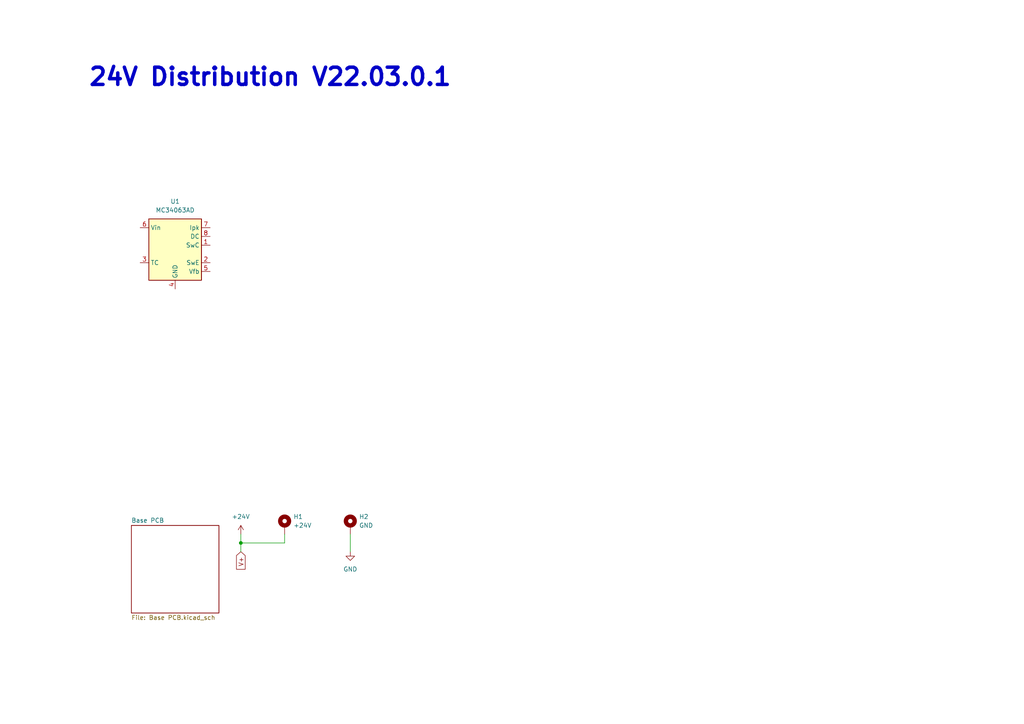
<source format=kicad_sch>
(kicad_sch (version 20211123) (generator eeschema)
  (paper "A4")
  (title_block (title "24V Distribution") (date "2022-03-12") (rev "V22.03.0.1"))
  (lib_symbols
    (symbol "Mechanical:MountingHole_Pad" (pin_numbers hide) (pin_names (offset 1.016) hide)
      (property "Reference" "H" (at 0 6.35 0))
      (property "Value" "MountingHole_Pad" (at 0 4.445 0))
      (symbol "MountingHole_Pad_0_1"
        (circle (center 0 1.27) (radius 1.27) (stroke (width 1.27)))
      )
      (symbol "MountingHole_Pad_1_1"
        (pin input line (at 0 -2.54 90) (length 2.54) (name "1") (number "1"))
      )
    )
    (symbol "Regulator_Switching:MC34063AD"
      (property "Reference" "U" (at -7.62 8.89 0))
      (property "Value" "MC34063AD" (at 0 8.89 0))
      (symbol "MC34063AD_0_1"
        (rectangle (start -7.62 7.62) (end 7.62 -10.16) (stroke (width 0.254)) (fill (type background)))
      )
      (symbol "MC34063AD_1_1"
        (pin open_collector line (at 10.16 0 180) (length 2.54) (name "SwC") (number "1"))
        (pin open_emitter line (at 10.16 -5.08 180) (length 2.54) (name "SwE") (number "2"))
        (pin passive line (at -10.16 -5.08 0) (length 2.54) (name "TC") (number "3"))
        (pin power_in line (at 0 -12.7 90) (length 2.54) (name "GND") (number "4"))
        (pin input line (at 10.16 -7.62 180) (length 2.54) (name "Vfb") (number "5"))
        (pin power_in line (at -10.16 5.08 0) (length 2.54) (name "Vin") (number "6"))
        (pin input line (at 10.16 5.08 180) (length 2.54) (name "Ipk") (number "7"))
        (pin open_collector line (at 10.16 2.54 180) (length 2.54) (name "DC") (number "8"))
      )
    )
    (symbol "power:+24V" (power) (pin_names (offset 0))
      (property "Value" "+24V" (at 0 3.556 0))
      (symbol "+24V_0_1"
        (polyline (pts (xy -0.762 1.27) (xy 0 2.54)))
        (polyline (pts (xy 0 0) (xy 0 2.54)))
        (polyline (pts (xy 0 2.54) (xy 0.762 1.27)))
      )
      (symbol "+24V_1_1"
        (pin power_in line (at 0 0 90) (length 0) hide (name "+24V") (number "1"))
      )
    )
    (symbol "power:GND" (power) (pin_names (offset 0))
      (property "Value" "GND" (at 0 -3.81 0))
      (symbol "GND_0_1"
        (polyline (pts (xy 0 0) (xy 0 -1.27) (xy 1.27 -1.27) (xy 0 -2.54) (xy -1.27 -1.27) (xy 0 -1.27)))
      )
      (symbol "GND_1_1"
        (pin power_in line (at 0 0 270) (length 0) hide (name "GND") (number "1"))
      )
    )
  )
  (junction (at 69.85 157.48))
  (wire (pts (xy 69.85 157.48) (xy 69.85 160.02)))
  (wire (pts (xy 101.6 154.94) (xy 101.6 160.02)))
  (wire (pts (xy 82.55 154.94) (xy 82.55 157.48)))
  (wire (pts (xy 82.55 157.48) (xy 69.85 157.48)))
  (wire (pts (xy 69.85 154.94) (xy 69.85 157.48)))
  (text "24V Distribution V22.03.0.1" (at 25.4 25.4 0) (effects (font (size 5.0038 5.0038) (thickness 1.0008) bold) (justify left bottom)))
  (global_label "V+" (shape input) (at 69.85 160.02 270) (property "Intersheet References" "${INTERSHEET_REFS}" (effects hide)))
  (symbol (lib_id "Regulator_Switching:MC34063AD") (at 50.8 71.12 0) (unit 1)
    (property "Reference" "U1" (at 50.8 58.42 0))
    (property "Value" "MC34063AD" (at 50.8 60.96 0))
    (property "Footprint" "Package_SO:SOIC-8_3.9x4.9mm_P1.27mm" (effects hide))
    (property "Datasheet" "http://www.onsemi.com/pub_link/Collateral/MC34063A-D.PDF" (effects hide))
  )
  (symbol (lib_id "Mechanical:MountingHole_Pad") (at 101.6 152.4 0) (unit 1)
    (property "Reference" "H2" (at 104.14 149.8599 0) (effects (justify left)))
    (property "Value" "GND" (at 104.14 152.3999 0) (effects (justify left)))
    (property "Footprint" "MountingHole:MountingHole_4.3mm_M4_Pad_Via" (effects hide))
  )
  (symbol (lib_id "power:GND") (at 101.6 160.02 0) (unit 1)
    (property "Reference" "#PWR0101" (effects hide))
    (property "Value" "GND" (at 101.6 165.1 0))
  )
  (symbol (lib_id "power:+24V") (at 69.85 154.94 0) (unit 1)
    (property "Reference" "#PWR0102" (effects hide))
    (property "Value" "+24V" (at 69.85 149.86 0))
  )
  (symbol (lib_id "Mechanical:MountingHole_Pad") (at 82.55 152.4 0) (unit 1)
    (property "Reference" "H1" (at 85.09 149.8599 0) (effects (justify left)))
    (property "Value" "+24V" (at 85.09 152.3999 0) (effects (justify left)))
    (property "Footprint" "MountingHole:MountingHole_4.3mm_M4_Pad_Via" (effects hide))
  )
  (sheet (at 38.1 152.4) (size 25.4 25.4)
    (property "Sheet name" "Base PCB" (at 38.1 151.6884 0) (effects (justify left bottom)))
    (property "Sheet file" "Base PCB.kicad_sch" (at 38.1 178.3846 0) (effects (justify left top)))
  )
)
</source>
